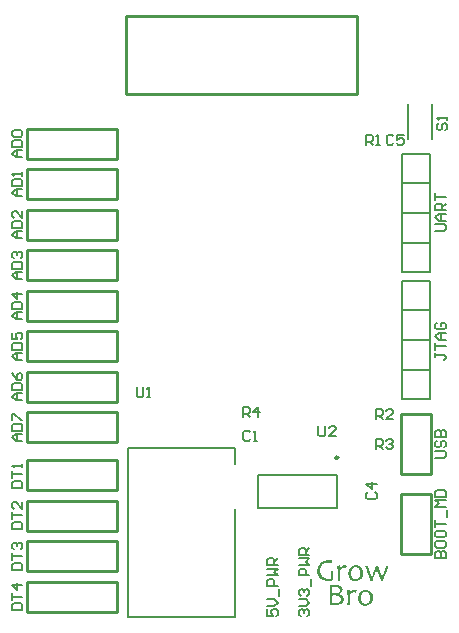
<source format=gto>
G04 Layer_Color=15132400*
%FSAX24Y24*%
%MOIN*%
G70*
G01*
G75*
%ADD25C,0.0080*%
%ADD26C,0.0100*%
%ADD48C,0.0098*%
%ADD49C,0.0079*%
%ADD50C,0.0059*%
G36*
X033060Y030179D02*
X033071Y030178D01*
X033085Y030176D01*
X033101Y030173D01*
X033119Y030169D01*
X033139Y030163D01*
X033115Y030080D01*
X033114Y030081D01*
X033108Y030083D01*
X033101Y030085D01*
X033090Y030089D01*
X033079Y030092D01*
X033066Y030095D01*
X033053Y030096D01*
X033040Y030097D01*
X033030D01*
X033024Y030096D01*
X033017Y030095D01*
X033007Y030092D01*
X032988Y030085D01*
X032977Y030080D01*
X032966Y030074D01*
X032955Y030067D01*
X032946Y030057D01*
X032936Y030047D01*
X032927Y030035D01*
X032919Y030020D01*
X032913Y030003D01*
Y030002D01*
Y030001D01*
Y029997D01*
Y029992D01*
Y029980D01*
Y029965D01*
Y029945D01*
Y029923D01*
Y029899D01*
Y029872D01*
X032915Y029817D01*
Y029763D01*
X032916Y029736D01*
Y029712D01*
X032917Y029689D01*
Y029670D01*
X032824D01*
Y029672D01*
Y029677D01*
X032825Y029686D01*
Y029696D01*
X032827Y029711D01*
Y029727D01*
X032828Y029745D01*
X032829Y029764D01*
X032830Y029805D01*
X032831Y029847D01*
X032833Y029888D01*
Y029907D01*
Y029925D01*
Y029926D01*
Y029931D01*
Y029937D01*
Y029947D01*
X032831Y029958D01*
Y029971D01*
X032830Y029985D01*
Y030001D01*
X032828Y030019D01*
X032827Y030037D01*
X032823Y030077D01*
X032817Y030119D01*
X032809Y030161D01*
X032899Y030174D01*
Y030173D01*
Y030172D01*
X032900Y030164D01*
X032902Y030155D01*
X032905Y030144D01*
X032906Y030131D01*
X032908Y030119D01*
X032910Y030107D01*
Y030098D01*
X032913D01*
X032915Y030099D01*
X032916Y030102D01*
X032919Y030105D01*
X032923Y030111D01*
X032935Y030125D01*
X032951Y030139D01*
X032970Y030155D01*
X032993Y030167D01*
X033005Y030173D01*
X033018Y030176D01*
X033031Y030179D01*
X033044Y030180D01*
X033052D01*
X033060Y030179D01*
D02*
G37*
G36*
X033130Y031005D02*
X033138Y031004D01*
X033148Y031002D01*
X033171Y030998D01*
X033197Y030989D01*
X033225Y030977D01*
X033238Y030970D01*
X033253Y030962D01*
X033266Y030951D01*
X033279Y030939D01*
X033280Y030938D01*
X033283Y030935D01*
X033285Y030931D01*
X033290Y030927D01*
X033295Y030919D01*
X033301Y030911D01*
X033308Y030901D01*
X033314Y030891D01*
X033320Y030877D01*
X033327Y030864D01*
X033333Y030848D01*
X033338Y030832D01*
X033343Y030814D01*
X033347Y030794D01*
X033348Y030773D01*
X033349Y030751D01*
Y030750D01*
Y030745D01*
Y030738D01*
X033348Y030729D01*
X033347Y030719D01*
X033345Y030705D01*
X033343Y030691D01*
X033339Y030675D01*
X033330Y030643D01*
X033324Y030625D01*
X033317Y030608D01*
X033308Y030591D01*
X033297Y030574D01*
X033285Y030559D01*
X033272Y030544D01*
X033271Y030543D01*
X033268Y030541D01*
X033265Y030537D01*
X033259Y030533D01*
X033252Y030527D01*
X033243Y030521D01*
X033232Y030514D01*
X033221Y030508D01*
X033208Y030501D01*
X033195Y030494D01*
X033165Y030483D01*
X033148Y030478D01*
X033130Y030474D01*
X033112Y030472D01*
X033093Y030471D01*
X033083D01*
X033077Y030472D01*
X033069Y030473D01*
X033059Y030474D01*
X033036Y030479D01*
X033010Y030486D01*
X032982Y030498D01*
X032968Y030506D01*
X032954Y030514D01*
X032940Y030525D01*
X032927Y030536D01*
X032926Y030537D01*
X032924Y030539D01*
X032921Y030543D01*
X032916Y030548D01*
X032911Y030555D01*
X032905Y030562D01*
X032898Y030572D01*
X032892Y030584D01*
X032886Y030596D01*
X032879Y030609D01*
X032873Y030625D01*
X032868Y030642D01*
X032863Y030660D01*
X032861Y030679D01*
X032858Y030699D01*
X032857Y030721D01*
Y030722D01*
Y030727D01*
Y030734D01*
X032858Y030744D01*
X032859Y030755D01*
X032861Y030768D01*
X032863Y030782D01*
X032867Y030798D01*
X032876Y030832D01*
X032882Y030848D01*
X032889Y030867D01*
X032898Y030883D01*
X032909Y030900D01*
X032921Y030916D01*
X032934Y030930D01*
X032935Y030931D01*
X032938Y030934D01*
X032942Y030938D01*
X032947Y030942D01*
X032954Y030948D01*
X032964Y030954D01*
X032974Y030962D01*
X032986Y030969D01*
X032998Y030975D01*
X033012Y030982D01*
X033042Y030994D01*
X033059Y030999D01*
X033077Y031002D01*
X033095Y031005D01*
X033114Y031006D01*
X033124D01*
X033130Y031005D01*
D02*
G37*
G36*
X033458Y030185D02*
X033467Y030184D01*
X033476Y030182D01*
X033499Y030178D01*
X033526Y030169D01*
X033553Y030157D01*
X033567Y030150D01*
X033581Y030142D01*
X033594Y030131D01*
X033607Y030119D01*
X033609Y030118D01*
X033611Y030115D01*
X033613Y030111D01*
X033618Y030107D01*
X033623Y030099D01*
X033629Y030091D01*
X033636Y030081D01*
X033642Y030071D01*
X033648Y030057D01*
X033656Y030044D01*
X033662Y030028D01*
X033666Y030012D01*
X033671Y029994D01*
X033675Y029974D01*
X033676Y029953D01*
X033677Y029931D01*
Y029930D01*
Y029925D01*
Y029918D01*
X033676Y029909D01*
X033675Y029899D01*
X033674Y029885D01*
X033671Y029871D01*
X033668Y029855D01*
X033658Y029823D01*
X033652Y029805D01*
X033645Y029788D01*
X033636Y029771D01*
X033625Y029754D01*
X033613Y029739D01*
X033600Y029724D01*
X033599Y029723D01*
X033597Y029721D01*
X033593Y029717D01*
X033587Y029713D01*
X033580Y029707D01*
X033571Y029701D01*
X033561Y029694D01*
X033550Y029688D01*
X033536Y029681D01*
X033523Y029674D01*
X033493Y029663D01*
X033476Y029658D01*
X033458Y029654D01*
X033440Y029652D01*
X033421Y029651D01*
X033411D01*
X033405Y029652D01*
X033397Y029653D01*
X033387Y029654D01*
X033364Y029659D01*
X033338Y029666D01*
X033310Y029678D01*
X033296Y029686D01*
X033283Y029694D01*
X033268Y029705D01*
X033255Y029716D01*
X033254Y029717D01*
X033253Y029719D01*
X033249Y029723D01*
X033244Y029728D01*
X033239Y029735D01*
X033233Y029742D01*
X033226Y029752D01*
X033220Y029764D01*
X033214Y029776D01*
X033207Y029789D01*
X033201Y029805D01*
X033196Y029822D01*
X033191Y029840D01*
X033189Y029859D01*
X033186Y029879D01*
X033185Y029901D01*
Y029902D01*
Y029907D01*
Y029914D01*
X033186Y029924D01*
X033188Y029935D01*
X033189Y029948D01*
X033191Y029962D01*
X033195Y029978D01*
X033204Y030012D01*
X033210Y030028D01*
X033218Y030047D01*
X033226Y030063D01*
X033237Y030080D01*
X033249Y030096D01*
X033262Y030110D01*
X033263Y030111D01*
X033266Y030114D01*
X033271Y030118D01*
X033275Y030122D01*
X033283Y030128D01*
X033292Y030134D01*
X033302Y030142D01*
X033314Y030149D01*
X033326Y030155D01*
X033340Y030162D01*
X033370Y030174D01*
X033387Y030179D01*
X033405Y030182D01*
X033423Y030185D01*
X033443Y030186D01*
X033452D01*
X033458Y030185D01*
D02*
G37*
G36*
X032466Y030348D02*
X032479Y030347D01*
X032496Y030345D01*
X032514Y030341D01*
X032533Y030338D01*
X032554Y030332D01*
X032574Y030323D01*
X032593Y030314D01*
X032611Y030302D01*
X032628Y030287D01*
X032641Y030270D01*
X032652Y030250D01*
X032659Y030227D01*
X032662Y030214D01*
Y030201D01*
Y030199D01*
Y030196D01*
X032661Y030190D01*
Y030181D01*
X032658Y030173D01*
X032657Y030162D01*
X032649Y030138D01*
X032644Y030125D01*
X032637Y030111D01*
X032628Y030098D01*
X032619Y030086D01*
X032607Y030074D01*
X032593Y030063D01*
X032578Y030054D01*
X032560Y030045D01*
Y030041D01*
X032561D01*
X032566Y030039D01*
X032573Y030037D01*
X032582Y030035D01*
X032593Y030030D01*
X032605Y030025D01*
X032619Y030018D01*
X032632Y030010D01*
X032645Y030001D01*
X032658Y029989D01*
X032670Y029976D01*
X032681Y029960D01*
X032691Y029942D01*
X032698Y029923D01*
X032703Y029901D01*
X032704Y029876D01*
Y029875D01*
Y029871D01*
Y029866D01*
X032703Y029859D01*
X032702Y029850D01*
X032699Y029841D01*
X032693Y029818D01*
X032688Y029806D01*
X032684Y029793D01*
X032676Y029781D01*
X032668Y029767D01*
X032658Y029754D01*
X032646Y029742D01*
X032634Y029730D01*
X032619Y029719D01*
X032617D01*
X032615Y029717D01*
X032610Y029715D01*
X032603Y029711D01*
X032595Y029707D01*
X032585Y029702D01*
X032572Y029699D01*
X032558Y029694D01*
X032543Y029689D01*
X032526Y029684D01*
X032507Y029680D01*
X032486Y029676D01*
X032465Y029672D01*
X032441Y029670D01*
X032415Y029669D01*
X032389Y029668D01*
X032343D01*
X032332Y029669D01*
X032271D01*
X032252Y029670D01*
X032230D01*
Y029672D01*
Y029677D01*
X032231Y029686D01*
Y029698D01*
Y029713D01*
X032232Y029731D01*
Y029752D01*
X032234Y029775D01*
X032235Y029800D01*
Y029828D01*
X032236Y029856D01*
Y029888D01*
Y029920D01*
X032237Y029954D01*
Y030025D01*
Y030027D01*
Y030033D01*
Y030043D01*
Y030056D01*
Y030072D01*
Y030090D01*
Y030110D01*
X032236Y030133D01*
Y030158D01*
Y030184D01*
X032235Y030238D01*
X032232Y030293D01*
X032230Y030346D01*
X032331D01*
X032347Y030347D01*
X032374D01*
X032384Y030348D01*
X032396D01*
X032422Y030350D01*
X032455D01*
X032466Y030348D01*
D02*
G37*
G36*
X032732Y030999D02*
X032743Y030998D01*
X032757Y030996D01*
X032773Y030993D01*
X032791Y030989D01*
X032811Y030983D01*
X032787Y030900D01*
X032786Y030901D01*
X032780Y030903D01*
X032773Y030905D01*
X032762Y030909D01*
X032751Y030912D01*
X032738Y030915D01*
X032725Y030916D01*
X032711Y030917D01*
X032702D01*
X032696Y030916D01*
X032689Y030915D01*
X032679Y030912D01*
X032660Y030905D01*
X032649Y030900D01*
X032638Y030894D01*
X032627Y030887D01*
X032618Y030877D01*
X032608Y030867D01*
X032598Y030855D01*
X032591Y030840D01*
X032585Y030823D01*
Y030822D01*
Y030821D01*
Y030817D01*
Y030812D01*
Y030800D01*
Y030785D01*
Y030765D01*
Y030743D01*
Y030719D01*
Y030692D01*
X032586Y030637D01*
Y030583D01*
X032588Y030556D01*
Y030532D01*
X032589Y030509D01*
Y030490D01*
X032496D01*
Y030492D01*
Y030497D01*
X032497Y030506D01*
Y030516D01*
X032498Y030531D01*
Y030547D01*
X032500Y030565D01*
X032501Y030584D01*
X032502Y030625D01*
X032503Y030667D01*
X032505Y030708D01*
Y030727D01*
Y030745D01*
Y030746D01*
Y030751D01*
Y030757D01*
Y030767D01*
X032503Y030778D01*
Y030791D01*
X032502Y030805D01*
Y030821D01*
X032500Y030839D01*
X032498Y030857D01*
X032495Y030897D01*
X032489Y030939D01*
X032480Y030981D01*
X032571Y030994D01*
Y030993D01*
Y030992D01*
X032572Y030984D01*
X032574Y030975D01*
X032577Y030964D01*
X032578Y030951D01*
X032580Y030939D01*
X032582Y030927D01*
Y030918D01*
X032585D01*
X032586Y030919D01*
X032588Y030922D01*
X032591Y030925D01*
X032595Y030931D01*
X032607Y030945D01*
X032622Y030959D01*
X032642Y030975D01*
X032665Y030987D01*
X032677Y030993D01*
X032690Y030996D01*
X032703Y030999D01*
X032716Y031000D01*
X032723D01*
X032732Y030999D01*
D02*
G37*
G36*
X034194Y030982D02*
Y030978D01*
X034192Y030975D01*
X034191Y030970D01*
X034189Y030962D01*
X034186Y030953D01*
X034183Y030941D01*
X034178Y030927D01*
X034172Y030910D01*
X034165Y030889D01*
X034155Y030867D01*
X034145Y030840D01*
X034133Y030810D01*
X034119Y030776D01*
X034103Y030738D01*
X034102Y030735D01*
X034100Y030728D01*
X034095Y030719D01*
X034089Y030704D01*
X034083Y030687D01*
X034076Y030668D01*
X034067Y030649D01*
X034059Y030627D01*
X034042Y030584D01*
X034035Y030563D01*
X034029Y030543D01*
X034023Y030526D01*
X034018Y030510D01*
X034015Y030498D01*
X034014Y030490D01*
X033944D01*
Y030491D01*
X033943Y030495D01*
Y030498D01*
X033942Y030503D01*
X033940Y030509D01*
X033938Y030516D01*
X033935Y030525D01*
X033931Y030536D01*
X033928Y030548D01*
X033922Y030562D01*
X033916Y030578D01*
X033910Y030596D01*
X033901Y030618D01*
X033892Y030640D01*
X033890Y030643D01*
X033889Y030648D01*
X033886Y030656D01*
X033881Y030667D01*
X033876Y030681D01*
X033870Y030697D01*
X033863Y030714D01*
X033855Y030733D01*
X033841Y030774D01*
X033825Y030816D01*
X033812Y030856D01*
X033806Y030875D01*
X033800Y030893D01*
X033795D01*
Y030892D01*
X033794Y030889D01*
X033793Y030883D01*
X033791Y030876D01*
X033788Y030868D01*
X033784Y030857D01*
X033781Y030844D01*
X033776Y030828D01*
X033770Y030811D01*
X033764Y030793D01*
X033757Y030772D01*
X033750Y030750D01*
X033741Y030725D01*
X033732Y030698D01*
X033721Y030670D01*
X033710Y030640D01*
Y030639D01*
X033708Y030634D01*
X033705Y030628D01*
X033703Y030620D01*
X033699Y030609D01*
X033695Y030598D01*
X033687Y030573D01*
X033677Y030547D01*
X033670Y030521D01*
X033668Y030512D01*
X033665Y030502D01*
X033663Y030495D01*
Y030490D01*
X033592D01*
Y030491D01*
Y030495D01*
X033591Y030498D01*
X033590Y030503D01*
X033587Y030512D01*
X033585Y030520D01*
X033581Y030532D01*
X033578Y030547D01*
X033572Y030565D01*
X033564Y030584D01*
X033557Y030608D01*
X033546Y030634D01*
X033535Y030666D01*
X033522Y030701D01*
X033508Y030739D01*
Y030740D01*
X033507Y030741D01*
X033504Y030749D01*
X033501Y030759D01*
X033495Y030774D01*
X033489Y030791D01*
X033481Y030810D01*
X033474Y030830D01*
X033466Y030852D01*
X033450Y030895D01*
X033443Y030916D01*
X033437Y030935D01*
X033431Y030952D01*
X033427Y030966D01*
X033425Y030976D01*
X033424Y030983D01*
X033515D01*
Y030982D01*
Y030980D01*
X033516Y030976D01*
X033517Y030972D01*
X033519Y030966D01*
X033520Y030958D01*
X033522Y030948D01*
X033526Y030938D01*
X033529Y030923D01*
X033534Y030907D01*
X033540Y030889D01*
X033548Y030868D01*
X033556Y030844D01*
X033564Y030816D01*
X033575Y030786D01*
X033576Y030784D01*
X033578Y030779D01*
X033581Y030770D01*
X033585Y030758D01*
X033590Y030745D01*
X033594Y030731D01*
X033600Y030714D01*
X033606Y030697D01*
X033617Y030662D01*
X033622Y030645D01*
X033627Y030631D01*
X033631Y030616D01*
X033634Y030604D01*
X033635Y030595D01*
X033637Y030587D01*
X033643D01*
Y030590D01*
Y030592D01*
X033644Y030597D01*
X033645Y030602D01*
X033646Y030609D01*
X033647Y030619D01*
X033651Y030628D01*
X033653Y030642D01*
X033658Y030656D01*
X033663Y030673D01*
X033669Y030692D01*
X033676Y030713D01*
X033685Y030737D01*
X033694Y030763D01*
X033705Y030792D01*
X033706Y030794D01*
X033708Y030799D01*
X033711Y030808D01*
X033715Y030818D01*
X033720Y030830D01*
X033724Y030845D01*
X033736Y030877D01*
X033748Y030911D01*
X033753Y030927D01*
X033758Y030941D01*
X033762Y030956D01*
X033765Y030968D01*
X033766Y030976D01*
X033768Y030983D01*
X033855D01*
Y030982D01*
Y030980D01*
X033857Y030977D01*
X033858Y030972D01*
X033859Y030966D01*
X033861Y030959D01*
X033864Y030950D01*
X033868Y030938D01*
X033871Y030924D01*
X033877Y030907D01*
X033883Y030889D01*
X033890Y030868D01*
X033899Y030842D01*
X033910Y030815D01*
X033920Y030784D01*
X033922Y030781D01*
X033923Y030776D01*
X033926Y030768D01*
X033931Y030756D01*
X033936Y030743D01*
X033941Y030727D01*
X033947Y030711D01*
X033954Y030693D01*
X033966Y030660D01*
X033971Y030643D01*
X033976Y030627D01*
X033981Y030614D01*
X033984Y030602D01*
X033985Y030593D01*
X033987Y030587D01*
X033991D01*
Y030589D01*
Y030591D01*
X033993Y030595D01*
Y030599D01*
X033995Y030605D01*
X033996Y030614D01*
X033999Y030624D01*
X034001Y030634D01*
X034006Y030649D01*
X034009Y030664D01*
X034015Y030682D01*
X034021Y030703D01*
X034030Y030726D01*
X034038Y030751D01*
X034048Y030780D01*
X034049Y030782D01*
X034050Y030787D01*
X034053Y030796D01*
X034056Y030806D01*
X034061Y030818D01*
X034066Y030834D01*
X034071Y030850D01*
X034077Y030867D01*
X034086Y030901D01*
X034096Y030934D01*
X034100Y030950D01*
X034102Y030963D01*
X034104Y030975D01*
Y030983D01*
X034194D01*
Y030982D01*
D02*
G37*
G36*
X032223Y031175D02*
X032240Y031173D01*
X032258Y031172D01*
X032278Y031170D01*
X032300Y031165D01*
X032322Y031160D01*
X032308Y031075D01*
X032307D01*
X032305Y031076D01*
X032300Y031077D01*
X032294Y031078D01*
X032287Y031079D01*
X032278Y031081D01*
X032259Y031085D01*
X032237Y031089D01*
X032215Y031091D01*
X032192Y031094D01*
X032170Y031095D01*
X032158D01*
X032150Y031094D01*
X032139Y031093D01*
X032127Y031091D01*
X032114Y031089D01*
X032099Y031085D01*
X032068Y031076D01*
X032052Y031070D01*
X032037Y031063D01*
X032021Y031054D01*
X032005Y031043D01*
X031991Y031031D01*
X031978Y031018D01*
X031976Y031017D01*
X031975Y031015D01*
X031972Y031011D01*
X031967Y031005D01*
X031962Y030998D01*
X031957Y030988D01*
X031951Y030978D01*
X031945Y030966D01*
X031938Y030953D01*
X031932Y030939D01*
X031922Y030907D01*
X031914Y030870D01*
X031913Y030851D01*
X031911Y030830D01*
Y030829D01*
Y030826D01*
Y030820D01*
X031913Y030811D01*
X031914Y030802D01*
X031915Y030790D01*
X031917Y030776D01*
X031921Y030763D01*
X031929Y030732D01*
X031937Y030715D01*
X031944Y030698D01*
X031952Y030681D01*
X031962Y030664D01*
X031974Y030648D01*
X031987Y030631D01*
X031988Y030630D01*
X031991Y030627D01*
X031996Y030624D01*
X032002Y030618D01*
X032009Y030612D01*
X032018Y030604D01*
X032031Y030597D01*
X032044Y030589D01*
X032058Y030581D01*
X032074Y030573D01*
X032092Y030566D01*
X032111Y030560D01*
X032132Y030554D01*
X032154Y030550D01*
X032178Y030548D01*
X032204Y030547D01*
X032215D01*
X032223Y030548D01*
X032234D01*
X032247Y030550D01*
X032263Y030551D01*
X032281Y030554D01*
Y030555D01*
Y030556D01*
X032280Y030563D01*
X032278Y030574D01*
X032277Y030590D01*
X032275Y030608D01*
X032274Y030630D01*
X032272Y030654D01*
Y030680D01*
Y030681D01*
Y030682D01*
Y030686D01*
Y030691D01*
Y030702D01*
X032271Y030717D01*
Y030735D01*
X032270Y030755D01*
X032268Y030776D01*
X032265Y030798D01*
X032359D01*
Y030797D01*
Y030794D01*
Y030791D01*
Y030786D01*
X032358Y030780D01*
Y030773D01*
Y030755D01*
X032357Y030732D01*
Y030708D01*
X032355Y030681D01*
Y030652D01*
Y030651D01*
Y030645D01*
Y030642D01*
Y030636D01*
Y030630D01*
Y030621D01*
X032357Y030613D01*
Y030602D01*
Y030590D01*
Y030575D01*
X032358Y030560D01*
Y030543D01*
X032359Y030524D01*
Y030503D01*
X032358D01*
X032355Y030502D01*
X032351Y030501D01*
X032345Y030500D01*
X032336Y030497D01*
X032328Y030495D01*
X032317Y030492D01*
X032306Y030490D01*
X032280Y030485D01*
X032251Y030480D01*
X032219Y030478D01*
X032187Y030477D01*
X032178D01*
X032170Y030478D01*
X032157D01*
X032142Y030479D01*
X032124Y030482D01*
X032105Y030485D01*
X032085Y030489D01*
X032063Y030494D01*
X032040Y030501D01*
X032017Y030508D01*
X031994Y030518D01*
X031972Y030529D01*
X031950Y030542D01*
X031929Y030556D01*
X031911Y030573D01*
X031910Y030574D01*
X031908Y030578D01*
X031903Y030583D01*
X031897Y030591D01*
X031890Y030599D01*
X031883Y030612D01*
X031874Y030625D01*
X031866Y030639D01*
X031856Y030656D01*
X031848Y030674D01*
X031840Y030695D01*
X031833Y030716D01*
X031827Y030738D01*
X031822Y030762D01*
X031820Y030787D01*
X031819Y030814D01*
Y030815D01*
Y030820D01*
X031820Y030828D01*
Y030838D01*
X031822Y030851D01*
X031824Y030865D01*
X031827Y030882D01*
X031832Y030900D01*
X031837Y030919D01*
X031844Y030940D01*
X031851Y030960D01*
X031861Y030982D01*
X031873Y031004D01*
X031886Y031025D01*
X031902Y031047D01*
X031920Y031067D01*
X031921Y031069D01*
X031925Y031072D01*
X031931Y031077D01*
X031938Y031084D01*
X031949Y031093D01*
X031961Y031102D01*
X031976Y031112D01*
X031993Y031122D01*
X032011Y031131D01*
X032033Y031142D01*
X032056Y031150D01*
X032081Y031159D01*
X032108Y031166D01*
X032136Y031171D01*
X032168Y031175D01*
X032200Y031176D01*
X032211D01*
X032223Y031175D01*
D02*
G37*
%LPC*%
G36*
X033431Y030121D02*
X033423D01*
X033419Y030120D01*
X033405Y030118D01*
X033388Y030114D01*
X033369Y030107D01*
X033350Y030096D01*
X033342Y030089D01*
X033332Y030081D01*
X033324Y030072D01*
X033315Y030061D01*
Y030060D01*
X033314Y030059D01*
X033312Y030055D01*
X033309Y030050D01*
X033303Y030038D01*
X033296Y030021D01*
X033287Y030001D01*
X033281Y029977D01*
X033277Y029952D01*
X033275Y029923D01*
Y029921D01*
Y029919D01*
Y029914D01*
X033277Y029909D01*
Y029902D01*
X033278Y029894D01*
X033280Y029873D01*
X033285Y029852D01*
X033292Y029826D01*
X033302Y029801D01*
X033315Y029777D01*
Y029776D01*
X033318Y029775D01*
X033322Y029767D01*
X033332Y029758D01*
X033345Y029746D01*
X033362Y029734D01*
X033382Y029724D01*
X033405Y029717D01*
X033419Y029716D01*
X033433Y029715D01*
X033440D01*
X033445Y029716D01*
X033458Y029718D01*
X033475Y029722D01*
X033493Y029729D01*
X033512Y029740D01*
X033522Y029747D01*
X033530Y029755D01*
X033540Y029764D01*
X033547Y029775D01*
Y029776D01*
X033548Y029777D01*
X033551Y029781D01*
X033553Y029785D01*
X033559Y029798D01*
X033568Y029814D01*
X033575Y029835D01*
X033581Y029859D01*
X033586Y029884D01*
X033587Y029913D01*
Y029914D01*
Y029917D01*
Y029921D01*
Y029926D01*
X033586Y029933D01*
X033585Y029942D01*
X033582Y029962D01*
X033577Y029984D01*
X033570Y030008D01*
X033559Y030033D01*
X033546Y030057D01*
Y030059D01*
X033544Y030060D01*
X033539Y030067D01*
X033529Y030078D01*
X033516Y030090D01*
X033500Y030101D01*
X033480Y030111D01*
X033457Y030119D01*
X033444Y030120D01*
X033431Y030121D01*
D02*
G37*
G36*
X033102Y030941D02*
X033095D01*
X033090Y030940D01*
X033077Y030938D01*
X033060Y030934D01*
X033041Y030927D01*
X033022Y030916D01*
X033013Y030909D01*
X033004Y030901D01*
X032995Y030892D01*
X032987Y030881D01*
Y030880D01*
X032986Y030879D01*
X032983Y030875D01*
X032981Y030870D01*
X032975Y030858D01*
X032968Y030841D01*
X032959Y030821D01*
X032953Y030797D01*
X032948Y030772D01*
X032947Y030743D01*
Y030741D01*
Y030739D01*
Y030734D01*
X032948Y030729D01*
Y030722D01*
X032950Y030714D01*
X032952Y030693D01*
X032957Y030672D01*
X032964Y030646D01*
X032974Y030621D01*
X032987Y030597D01*
Y030596D01*
X032989Y030595D01*
X032994Y030587D01*
X033004Y030578D01*
X033017Y030566D01*
X033034Y030554D01*
X033054Y030544D01*
X033077Y030537D01*
X033090Y030536D01*
X033105Y030535D01*
X033112D01*
X033117Y030536D01*
X033130Y030538D01*
X033147Y030542D01*
X033165Y030549D01*
X033184Y030560D01*
X033194Y030567D01*
X033202Y030575D01*
X033212Y030584D01*
X033219Y030595D01*
Y030596D01*
X033220Y030597D01*
X033223Y030601D01*
X033225Y030605D01*
X033231Y030618D01*
X033240Y030634D01*
X033247Y030655D01*
X033253Y030679D01*
X033258Y030704D01*
X033259Y030733D01*
Y030734D01*
Y030737D01*
Y030741D01*
Y030746D01*
X033258Y030753D01*
X033256Y030762D01*
X033254Y030782D01*
X033249Y030804D01*
X033242Y030828D01*
X033231Y030853D01*
X033218Y030877D01*
Y030879D01*
X033215Y030880D01*
X033211Y030887D01*
X033201Y030898D01*
X033188Y030910D01*
X033172Y030921D01*
X033152Y030931D01*
X033129Y030939D01*
X033116Y030940D01*
X033102Y030941D01*
D02*
G37*
G36*
X032430Y030282D02*
X032404D01*
X032388Y030281D01*
X032368Y030280D01*
X032349Y030279D01*
X032330Y030276D01*
X032312Y030274D01*
Y030271D01*
Y030269D01*
X032313Y030265D01*
Y030259D01*
Y030253D01*
Y030244D01*
X032314Y030233D01*
Y030221D01*
Y030205D01*
Y030188D01*
X032315Y030169D01*
Y030146D01*
Y030121D01*
Y030093D01*
Y030062D01*
X032332D01*
X032341Y030061D01*
X032389D01*
X032397Y030062D01*
X032407D01*
X032428Y030065D01*
X032454Y030067D01*
X032478Y030071D01*
X032502Y030077D01*
X032511Y030081D01*
X032521Y030085D01*
X032522D01*
X032524Y030086D01*
X032530Y030090D01*
X032538Y030096D01*
X032548Y030105D01*
X032557Y030118D01*
X032566Y030133D01*
X032572Y030152D01*
X032574Y030162D01*
Y030174D01*
Y030175D01*
Y030179D01*
X032573Y030184D01*
X032572Y030191D01*
X032569Y030199D01*
X032567Y030209D01*
X032562Y030219D01*
X032556Y030228D01*
X032549Y030238D01*
X032539Y030249D01*
X032527Y030257D01*
X032513Y030265D01*
X032497Y030273D01*
X032478Y030278D01*
X032455Y030281D01*
X032430Y030282D01*
D02*
G37*
G36*
X032410Y029995D02*
X032365D01*
X032354Y029994D01*
X032342D01*
X032317Y029991D01*
Y029990D01*
Y029985D01*
Y029978D01*
Y029968D01*
Y029956D01*
Y029942D01*
Y029926D01*
X032318Y029908D01*
Y029890D01*
Y029870D01*
X032319Y029829D01*
X032320Y029785D01*
X032323Y029743D01*
X032324D01*
X032326Y029742D01*
X032331D01*
X032338Y029741D01*
X032348Y029740D01*
X032360D01*
X032374Y029739D01*
X032413D01*
X032422Y029740D01*
X032435Y029741D01*
X032461Y029743D01*
X032491Y029747D01*
X032520Y029753D01*
X032546Y029761D01*
X032558Y029766D01*
X032569Y029772D01*
X032572Y029773D01*
X032576Y029778D01*
X032584Y029785D01*
X032593Y029795D01*
X032602Y029808D01*
X032609Y029824D01*
X032614Y029844D01*
X032616Y029867D01*
Y029868D01*
Y029873D01*
X032615Y029879D01*
X032613Y029888D01*
X032609Y029897D01*
X032604Y029908D01*
X032597Y029919D01*
X032588Y029931D01*
X032576Y029943D01*
X032561Y029954D01*
X032543Y029965D01*
X032521Y029974D01*
X032495Y029983D01*
X032465Y029989D01*
X032448Y029991D01*
X032430Y029994D01*
X032410Y029995D01*
D02*
G37*
%LPD*%
D25*
X029587Y035433D02*
X029530Y035490D01*
X029417D01*
X029360Y035433D01*
Y035207D01*
X029417Y035150D01*
X029530D01*
X029587Y035207D01*
X029700Y035150D02*
X029813D01*
X029757D01*
Y035490D01*
X029700Y035433D01*
X025800Y036940D02*
Y036657D01*
X025857Y036600D01*
X025970D01*
X026027Y036657D01*
Y036940D01*
X026140Y036600D02*
X026253D01*
X026197D01*
Y036940D01*
X026140Y036883D01*
X034357Y045293D02*
X034300Y045350D01*
X034187D01*
X034130Y045293D01*
Y045067D01*
X034187Y045010D01*
X034300D01*
X034357Y045067D01*
X034696Y045350D02*
X034470D01*
Y045180D01*
X034583Y045237D01*
X034640D01*
X034696Y045180D01*
Y045067D01*
X034640Y045010D01*
X034527D01*
X034470Y045067D01*
X033517Y033427D02*
X033460Y033370D01*
Y033257D01*
X033517Y033200D01*
X033743D01*
X033800Y033257D01*
Y033370D01*
X033743Y033427D01*
X033800Y033710D02*
X033460D01*
X033630Y033540D01*
Y033766D01*
X031267Y029300D02*
X031210Y029357D01*
Y029470D01*
X031267Y029527D01*
X031323D01*
X031380Y029470D01*
Y029413D01*
Y029470D01*
X031437Y029527D01*
X031493D01*
X031550Y029470D01*
Y029357D01*
X031493Y029300D01*
X031210Y029640D02*
X031437D01*
X031550Y029753D01*
X031437Y029866D01*
X031210D01*
X031267Y029980D02*
X031210Y030036D01*
Y030150D01*
X031267Y030206D01*
X031323D01*
X031380Y030150D01*
Y030093D01*
Y030150D01*
X031437Y030206D01*
X031493D01*
X031550Y030150D01*
Y030036D01*
X031493Y029980D01*
X031607Y030320D02*
Y030546D01*
X031550Y030660D02*
X031210D01*
Y030830D01*
X031267Y030886D01*
X031380D01*
X031437Y030830D01*
Y030660D01*
X031210Y030999D02*
X031550D01*
X031437Y031113D01*
X031550Y031226D01*
X031210D01*
X031550Y031339D02*
X031210D01*
Y031509D01*
X031267Y031566D01*
X031380D01*
X031437Y031509D01*
Y031339D01*
Y031453D02*
X031550Y031566D01*
X030160Y029527D02*
Y029300D01*
X030330D01*
X030273Y029413D01*
Y029470D01*
X030330Y029527D01*
X030443D01*
X030500Y029470D01*
Y029357D01*
X030443Y029300D01*
X030160Y029640D02*
X030387D01*
X030500Y029753D01*
X030387Y029866D01*
X030160D01*
X030557Y029980D02*
Y030206D01*
X030500Y030320D02*
X030160D01*
Y030490D01*
X030217Y030546D01*
X030330D01*
X030387Y030490D01*
Y030320D01*
X030160Y030660D02*
X030500D01*
X030387Y030773D01*
X030500Y030886D01*
X030160D01*
X030500Y030999D02*
X030160D01*
Y031169D01*
X030217Y031226D01*
X030330D01*
X030387Y031169D01*
Y030999D01*
Y031113D02*
X030500Y031226D01*
X021990Y044600D02*
X021763D01*
X021650Y044713D01*
X021763Y044827D01*
X021990D01*
X021820D01*
Y044600D01*
X021650Y044940D02*
X021990D01*
Y045110D01*
X021933Y045166D01*
X021707D01*
X021650Y045110D01*
Y044940D01*
X021707Y045280D02*
X021650Y045336D01*
Y045450D01*
X021707Y045506D01*
X021933D01*
X021990Y045450D01*
Y045336D01*
X021933Y045280D01*
X021707D01*
X021990Y039200D02*
X021763D01*
X021650Y039313D01*
X021763Y039427D01*
X021990D01*
X021820D01*
Y039200D01*
X021650Y039540D02*
X021990D01*
Y039710D01*
X021933Y039766D01*
X021707D01*
X021650Y039710D01*
Y039540D01*
X021990Y040050D02*
X021650D01*
X021820Y039880D01*
Y040106D01*
X035760Y031250D02*
X036100D01*
Y031420D01*
X036043Y031477D01*
X035987D01*
X035930Y031420D01*
Y031250D01*
Y031420D01*
X035873Y031477D01*
X035817D01*
X035760Y031420D01*
Y031250D01*
Y031760D02*
Y031647D01*
X035817Y031590D01*
X036043D01*
X036100Y031647D01*
Y031760D01*
X036043Y031816D01*
X035817D01*
X035760Y031760D01*
Y032100D02*
Y031986D01*
X035817Y031930D01*
X036043D01*
X036100Y031986D01*
Y032100D01*
X036043Y032156D01*
X035817D01*
X035760Y032100D01*
Y032270D02*
Y032496D01*
Y032383D01*
X036100D01*
X036157Y032610D02*
Y032836D01*
X036100Y032949D02*
X035760D01*
X035873Y033063D01*
X035760Y033176D01*
X036100D01*
X035760Y033289D02*
X036100D01*
Y033459D01*
X036043Y033516D01*
X035817D01*
X035760Y033459D01*
Y033289D01*
X021990Y043300D02*
X021763D01*
X021650Y043413D01*
X021763Y043527D01*
X021990D01*
X021820D01*
Y043300D01*
X021650Y043640D02*
X021990D01*
Y043810D01*
X021933Y043866D01*
X021707D01*
X021650Y043810D01*
Y043640D01*
X021990Y043980D02*
Y044093D01*
Y044036D01*
X021650D01*
X021707Y043980D01*
X021990Y037850D02*
X021763D01*
X021650Y037963D01*
X021763Y038077D01*
X021990D01*
X021820D01*
Y037850D01*
X021650Y038190D02*
X021990D01*
Y038360D01*
X021933Y038416D01*
X021707D01*
X021650Y038360D01*
Y038190D01*
Y038756D02*
Y038530D01*
X021820D01*
X021763Y038643D01*
Y038700D01*
X021820Y038756D01*
X021933D01*
X021990Y038700D01*
Y038586D01*
X021933Y038530D01*
X021990Y041900D02*
X021763D01*
X021650Y042013D01*
X021763Y042127D01*
X021990D01*
X021820D01*
Y041900D01*
X021650Y042240D02*
X021990D01*
Y042410D01*
X021933Y042466D01*
X021707D01*
X021650Y042410D01*
Y042240D01*
X021990Y042806D02*
Y042580D01*
X021763Y042806D01*
X021707D01*
X021650Y042750D01*
Y042636D01*
X021707Y042580D01*
X021990Y036500D02*
X021763D01*
X021650Y036613D01*
X021763Y036727D01*
X021990D01*
X021820D01*
Y036500D01*
X021650Y036840D02*
X021990D01*
Y037010D01*
X021933Y037066D01*
X021707D01*
X021650Y037010D01*
Y036840D01*
Y037406D02*
X021707Y037293D01*
X021820Y037180D01*
X021933D01*
X021990Y037236D01*
Y037350D01*
X021933Y037406D01*
X021877D01*
X021820Y037350D01*
Y037180D01*
X021990Y040550D02*
X021763D01*
X021650Y040663D01*
X021763Y040777D01*
X021990D01*
X021820D01*
Y040550D01*
X021650Y040890D02*
X021990D01*
Y041060D01*
X021933Y041116D01*
X021707D01*
X021650Y041060D01*
Y040890D01*
X021707Y041230D02*
X021650Y041286D01*
Y041400D01*
X021707Y041456D01*
X021763D01*
X021820Y041400D01*
Y041343D01*
Y041400D01*
X021877Y041456D01*
X021933D01*
X021990Y041400D01*
Y041286D01*
X021933Y041230D01*
X021990Y035150D02*
X021763D01*
X021650Y035263D01*
X021763Y035377D01*
X021990D01*
X021820D01*
Y035150D01*
X021650Y035490D02*
X021990D01*
Y035660D01*
X021933Y035716D01*
X021707D01*
X021650Y035660D01*
Y035490D01*
Y035830D02*
Y036056D01*
X021707D01*
X021933Y035830D01*
X021990D01*
X035760Y042150D02*
X036043D01*
X036100Y042207D01*
Y042320D01*
X036043Y042377D01*
X035760D01*
X036100Y042490D02*
X035873D01*
X035760Y042603D01*
X035873Y042716D01*
X036100D01*
X035930D01*
Y042490D01*
X036100Y042830D02*
X035760D01*
Y043000D01*
X035817Y043056D01*
X035930D01*
X035987Y043000D01*
Y042830D01*
Y042943D02*
X036100Y043056D01*
X035760Y043170D02*
Y043396D01*
Y043283D01*
X036100D01*
X035760Y038067D02*
Y037953D01*
Y038010D01*
X036043D01*
X036100Y037953D01*
Y037897D01*
X036043Y037840D01*
X035760Y038180D02*
Y038406D01*
Y038293D01*
X036100D01*
Y038520D02*
X035873D01*
X035760Y038633D01*
X035873Y038746D01*
X036100D01*
X035930D01*
Y038520D01*
X035817Y039086D02*
X035760Y039030D01*
Y038916D01*
X035817Y038860D01*
X036043D01*
X036100Y038916D01*
Y039030D01*
X036043Y039086D01*
X035930D01*
Y038973D01*
X021650Y033580D02*
X021990D01*
Y033750D01*
X021933Y033807D01*
X021707D01*
X021650Y033750D01*
Y033580D01*
Y033920D02*
Y034146D01*
Y034033D01*
X021990D01*
Y034260D02*
Y034373D01*
Y034316D01*
X021650D01*
X021707Y034260D01*
X021650Y030850D02*
X021990D01*
Y031020D01*
X021933Y031077D01*
X021707D01*
X021650Y031020D01*
Y030850D01*
Y031190D02*
Y031416D01*
Y031303D01*
X021990D01*
X021707Y031530D02*
X021650Y031586D01*
Y031700D01*
X021707Y031756D01*
X021763D01*
X021820Y031700D01*
Y031643D01*
Y031700D01*
X021877Y031756D01*
X021933D01*
X021990Y031700D01*
Y031586D01*
X021933Y031530D01*
X021650Y032210D02*
X021990D01*
Y032380D01*
X021933Y032437D01*
X021707D01*
X021650Y032380D01*
Y032210D01*
Y032550D02*
Y032776D01*
Y032663D01*
X021990D01*
Y033116D02*
Y032890D01*
X021763Y033116D01*
X021707D01*
X021650Y033060D01*
Y032946D01*
X021707Y032890D01*
X021650Y029500D02*
X021990D01*
Y029670D01*
X021933Y029727D01*
X021707D01*
X021650Y029670D01*
Y029500D01*
Y029840D02*
Y030066D01*
Y029953D01*
X021990D01*
Y030350D02*
X021650D01*
X021820Y030180D01*
Y030406D01*
X035760Y034590D02*
X036043D01*
X036100Y034647D01*
Y034760D01*
X036043Y034817D01*
X035760D01*
X035817Y035156D02*
X035760Y035100D01*
Y034987D01*
X035817Y034930D01*
X035873D01*
X035930Y034987D01*
Y035100D01*
X035987Y035156D01*
X036043D01*
X036100Y035100D01*
Y034987D01*
X036043Y034930D01*
X035760Y035270D02*
X036100D01*
Y035440D01*
X036043Y035496D01*
X035987D01*
X035930Y035440D01*
Y035270D01*
Y035440D01*
X035873Y035496D01*
X035817D01*
X035760Y035440D01*
Y035270D01*
X033450Y045010D02*
Y045350D01*
X033620D01*
X033677Y045293D01*
Y045180D01*
X033620Y045123D01*
X033450D01*
X033563D02*
X033677Y045010D01*
X033790D02*
X033903D01*
X033847D01*
Y045350D01*
X033790Y045293D01*
X033770Y035860D02*
Y036200D01*
X033940D01*
X033997Y036143D01*
Y036030D01*
X033940Y035973D01*
X033770D01*
X033883D02*
X033997Y035860D01*
X034336D02*
X034110D01*
X034336Y036087D01*
Y036143D01*
X034280Y036200D01*
X034167D01*
X034110Y036143D01*
X033770Y034870D02*
Y035210D01*
X033940D01*
X033997Y035153D01*
Y035040D01*
X033940Y034983D01*
X033770D01*
X033883D02*
X033997Y034870D01*
X034110Y035153D02*
X034167Y035210D01*
X034280D01*
X034336Y035153D01*
Y035097D01*
X034280Y035040D01*
X034223D01*
X034280D01*
X034336Y034983D01*
Y034927D01*
X034280Y034870D01*
X034167D01*
X034110Y034927D01*
X029350Y035940D02*
Y036280D01*
X029520D01*
X029577Y036223D01*
Y036110D01*
X029520Y036053D01*
X029350D01*
X029463D02*
X029577Y035940D01*
X029860D02*
Y036280D01*
X029690Y036110D01*
X029916D01*
X035867Y045727D02*
X035810Y045670D01*
Y045557D01*
X035867Y045500D01*
X035923D01*
X035980Y045557D01*
Y045670D01*
X036037Y045727D01*
X036093D01*
X036150Y045670D01*
Y045557D01*
X036093Y045500D01*
X036150Y045840D02*
Y045953D01*
Y045897D01*
X035810D01*
X035867Y045840D01*
X031860Y035650D02*
Y035358D01*
X031918Y035300D01*
X032035D01*
X032093Y035358D01*
Y035650D01*
X032443Y035300D02*
X032210D01*
X032443Y035533D01*
Y035592D01*
X032385Y035650D01*
X032268D01*
X032210Y035592D01*
D26*
X025446Y046704D02*
Y049299D01*
Y046700D02*
X033133D01*
X025466Y049299D02*
X027051D01*
X033133Y046704D02*
Y049299D01*
X027031D02*
X033133D01*
X034600Y036050D02*
X035600D01*
Y034050D02*
Y036050D01*
X034600Y034050D02*
X035600D01*
X034600D02*
Y036050D01*
X022150Y042850D02*
X025150D01*
Y041850D02*
Y042850D01*
X022150Y041850D02*
X025150D01*
X022150D02*
Y042850D01*
Y045550D02*
X025150D01*
Y044550D02*
Y045550D01*
X022150Y044550D02*
X025150D01*
X022150D02*
Y045550D01*
Y044200D02*
X025150D01*
Y043200D02*
Y044200D01*
X022150Y043200D02*
X025150D01*
X022150D02*
Y044200D01*
Y041500D02*
X025150D01*
Y040500D02*
Y041500D01*
X022150Y040500D02*
X025150D01*
X022150D02*
Y041500D01*
Y040150D02*
X025150D01*
Y039150D02*
Y040150D01*
X022150Y039150D02*
X025150D01*
X022150D02*
Y040150D01*
Y038800D02*
X025150D01*
Y037800D02*
Y038800D01*
X022150Y037800D02*
X025150D01*
X022150D02*
Y038800D01*
Y037450D02*
X025150D01*
Y036450D02*
Y037450D01*
X022150Y036450D02*
X025150D01*
X022150D02*
Y037450D01*
Y036100D02*
X025150D01*
Y035100D02*
Y036100D01*
X022150Y035100D02*
X025150D01*
X022150D02*
Y036100D01*
Y034500D02*
X025150D01*
Y033500D02*
Y034500D01*
X022150Y033500D02*
X025150D01*
X022150D02*
Y034500D01*
Y033150D02*
X025150D01*
Y032150D02*
Y033150D01*
X022150Y032150D02*
X025150D01*
X022150D02*
Y033150D01*
Y031800D02*
X025150D01*
Y030800D02*
Y031800D01*
X022150Y030800D02*
X025150D01*
X022150D02*
Y031800D01*
Y030450D02*
X025150D01*
Y029450D02*
Y030450D01*
X022150Y029450D02*
X025150D01*
X022150D02*
Y030450D01*
X034600Y033390D02*
X035600D01*
Y031390D02*
Y033390D01*
X034600Y031390D02*
X035600D01*
X034600D02*
Y033390D01*
D48*
X032518Y034592D02*
G03*
X032518Y034592I-000049J000000D01*
G01*
D49*
X029831Y032899D02*
Y034001D01*
X032469Y032899D02*
Y034001D01*
X029831Y032899D02*
X032469D01*
X029831Y034001D02*
X032469D01*
X034650Y043750D02*
X035565D01*
X034650Y042750D02*
X035565D01*
X034650Y041750D02*
X035565D01*
X034635Y040781D02*
X035565D01*
X034635Y044718D02*
X035565D01*
X034635Y040781D02*
Y044718D01*
X035565Y040781D02*
Y044718D01*
X034650Y039500D02*
X035565D01*
X034650Y038500D02*
X035565D01*
X034650Y037500D02*
X035565D01*
X034635Y036532D02*
X035565D01*
X034635Y040469D02*
X035565D01*
X034635Y036532D02*
Y040469D01*
X035565Y036532D02*
Y040469D01*
X025528Y029285D02*
Y034915D01*
X029072D01*
Y034364D02*
Y034915D01*
Y029285D02*
Y032868D01*
X025528Y029285D02*
X029072D01*
D50*
X035644Y045209D02*
Y046391D01*
X034856Y045209D02*
Y046391D01*
M02*

</source>
